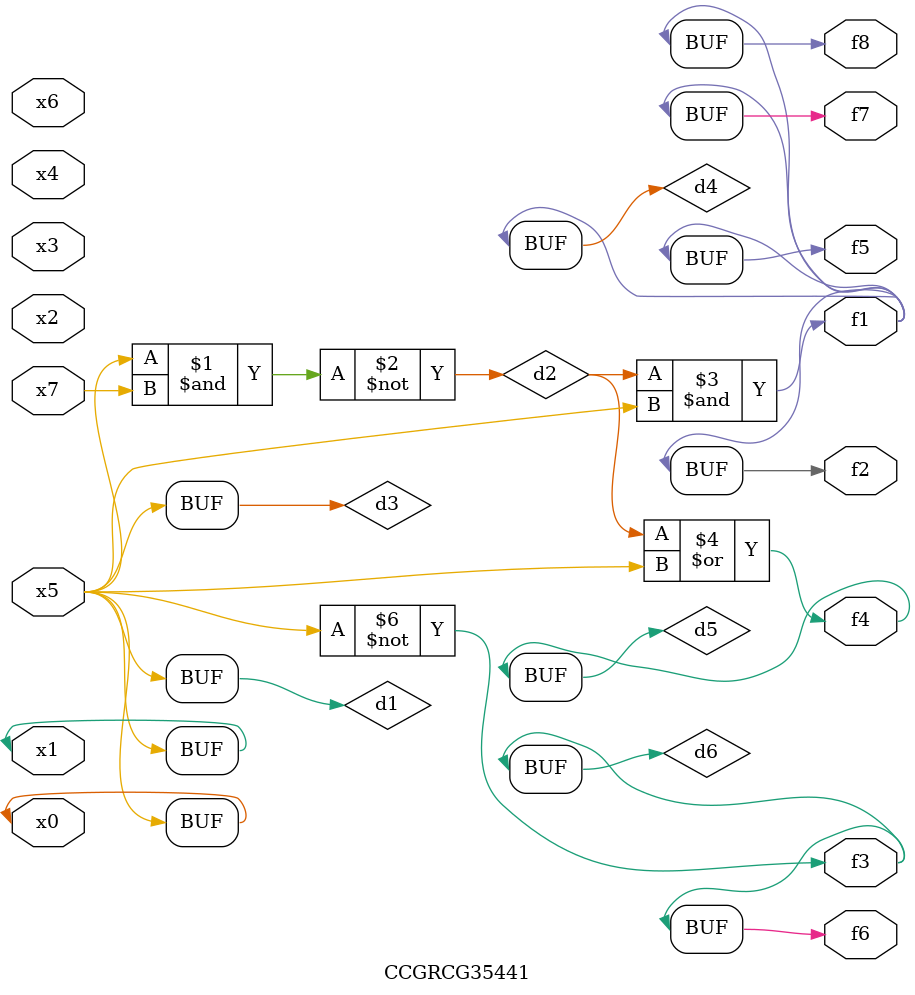
<source format=v>
module CCGRCG35441(
	input x0, x1, x2, x3, x4, x5, x6, x7,
	output f1, f2, f3, f4, f5, f6, f7, f8
);

	wire d1, d2, d3, d4, d5, d6;

	buf (d1, x0, x5);
	nand (d2, x5, x7);
	buf (d3, x0, x1);
	and (d4, d2, d3);
	or (d5, d2, d3);
	nor (d6, d1, d3);
	assign f1 = d4;
	assign f2 = d4;
	assign f3 = d6;
	assign f4 = d5;
	assign f5 = d4;
	assign f6 = d6;
	assign f7 = d4;
	assign f8 = d4;
endmodule

</source>
